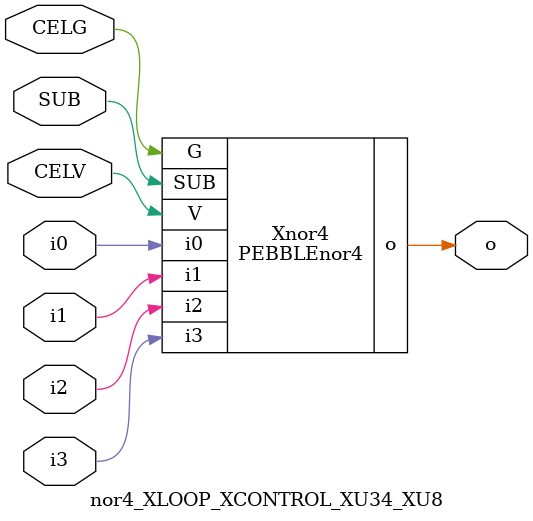
<source format=v>



module PEBBLEnor4 ( o, G, SUB, V, i0, i1, i2, i3 );

  input i0;
  input V;
  input i3;
  input i2;
  input i1;
  input G;
  output o;
  input SUB;
endmodule

//Celera Confidential Do Not Copy nor4_XLOOP_XCONTROL_XU34_XU8
//Celera Confidential Symbol Generator
//nor4
module nor4_XLOOP_XCONTROL_XU34_XU8 (CELV,CELG,i0,i1,i2,i3,o,SUB);
input CELV;
input CELG;
input i0;
input i1;
input i2;
input i3;
input SUB;
output o;

//Celera Confidential Do Not Copy nor4
PEBBLEnor4 Xnor4(
.V (CELV),
.i0 (i0),
.i1 (i1),
.i2 (i2),
.i3 (i3),
.o (o),
.SUB (SUB),
.G (CELG)
);
//,diesize,PEBBLEnor4

//Celera Confidential Do Not Copy Module End
//Celera Schematic Generator
endmodule

</source>
